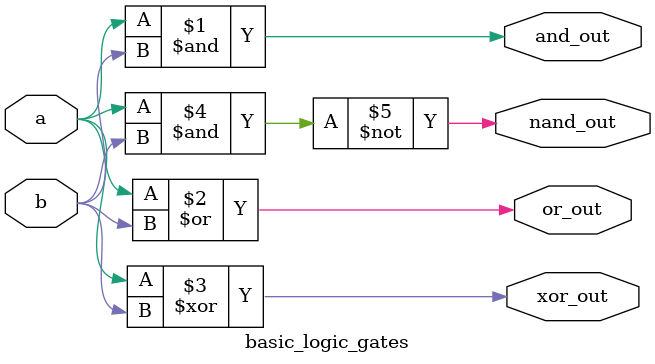
<source format=sv>
module basic_logic_gates (
    input  logic a,        // First input
    input  logic b,        // Second input
    output logic and_out,  // AND gate output
    output logic or_out,   // OR gate output  
    output logic xor_out,  // XOR gate output
    output logic nand_out  // NAND gate output
);

    // Combinational logic assignments
    assign and_out  = a & b;   // AND gate
    assign or_out   = a | b;   // OR gate
    assign xor_out  = a ^ b;   // XOR gate
    assign nand_out = ~(a & b); // NAND gate (inverted AND)

    // Display gate outputs whenever inputs change
    always_comb begin
        $display(
            "Inputs: a=%b, b=%b | Outputs: AND=%b, OR=%b, XOR=%b, NAND=%b", 
            a, b, and_out, or_out, xor_out, nand_out);
    end

endmodule
</source>
